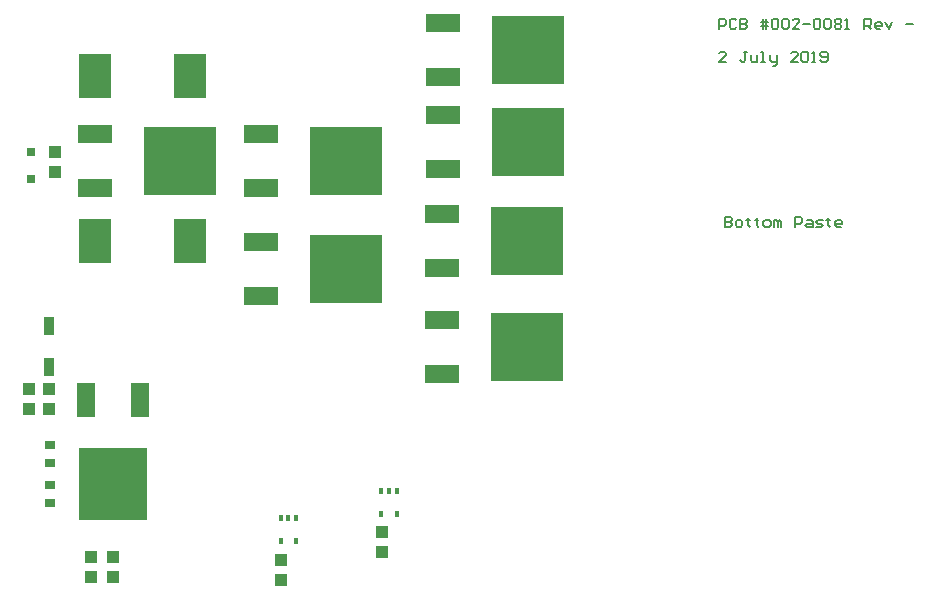
<source format=gbp>
G04*
G04 #@! TF.GenerationSoftware,Altium Limited,Altium Designer,19.0.10 (269)*
G04*
G04 Layer_Color=128*
%FSLAX23Y23*%
%MOIN*%
G70*
G01*
G75*
%ADD16C,0.008*%
%ADD18R,0.031X0.031*%
%ADD22R,0.043X0.039*%
%ADD24R,0.118X0.063*%
%ADD25R,0.244X0.228*%
%ADD75R,0.110X0.150*%
%ADD76R,0.035X0.028*%
%ADD77R,0.017X0.024*%
%ADD78R,0.039X0.043*%
%ADD79R,0.033X0.063*%
%ADD80R,0.228X0.244*%
%ADD81R,0.063X0.118*%
D16*
X2445Y1795D02*
Y1760D01*
X2462D01*
X2468Y1766D01*
Y1772D01*
X2462Y1777D01*
X2445D01*
X2462D01*
X2468Y1783D01*
Y1789D01*
X2462Y1795D01*
X2445D01*
X2486Y1760D02*
X2497D01*
X2503Y1766D01*
Y1777D01*
X2497Y1783D01*
X2486D01*
X2480Y1777D01*
Y1766D01*
X2486Y1760D01*
X2521Y1789D02*
Y1783D01*
X2515D01*
X2527D01*
X2521D01*
Y1766D01*
X2527Y1760D01*
X2550Y1789D02*
Y1783D01*
X2544D01*
X2556D01*
X2550D01*
Y1766D01*
X2556Y1760D01*
X2579D02*
X2591D01*
X2597Y1766D01*
Y1777D01*
X2591Y1783D01*
X2579D01*
X2573Y1777D01*
Y1766D01*
X2579Y1760D01*
X2608D02*
Y1783D01*
X2614D01*
X2620Y1777D01*
Y1760D01*
Y1777D01*
X2626Y1783D01*
X2632Y1777D01*
Y1760D01*
X2678D02*
Y1795D01*
X2696D01*
X2702Y1789D01*
Y1777D01*
X2696Y1772D01*
X2678D01*
X2719Y1783D02*
X2731D01*
X2737Y1777D01*
Y1760D01*
X2719D01*
X2713Y1766D01*
X2719Y1772D01*
X2737D01*
X2748Y1760D02*
X2766D01*
X2772Y1766D01*
X2766Y1772D01*
X2754D01*
X2748Y1777D01*
X2754Y1783D01*
X2772D01*
X2789Y1789D02*
Y1783D01*
X2783D01*
X2795D01*
X2789D01*
Y1766D01*
X2795Y1760D01*
X2830D02*
X2818D01*
X2812Y1766D01*
Y1777D01*
X2818Y1783D01*
X2830D01*
X2836Y1777D01*
Y1772D01*
X2812D01*
X2448Y2310D02*
X2425D01*
X2448Y2333D01*
Y2339D01*
X2442Y2345D01*
X2431D01*
X2425Y2339D01*
X2518Y2345D02*
X2507D01*
X2512D01*
Y2316D01*
X2507Y2310D01*
X2501D01*
X2495Y2316D01*
X2530Y2333D02*
Y2316D01*
X2536Y2310D01*
X2553D01*
Y2333D01*
X2565Y2310D02*
X2577D01*
X2571D01*
Y2345D01*
X2565D01*
X2594Y2333D02*
Y2316D01*
X2600Y2310D01*
X2617D01*
Y2304D01*
X2612Y2298D01*
X2606D01*
X2617Y2310D02*
Y2333D01*
X2687Y2310D02*
X2664D01*
X2687Y2333D01*
Y2339D01*
X2682Y2345D01*
X2670D01*
X2664Y2339D01*
X2699D02*
X2705Y2345D01*
X2717D01*
X2722Y2339D01*
Y2316D01*
X2717Y2310D01*
X2705D01*
X2699Y2316D01*
Y2339D01*
X2734Y2310D02*
X2746D01*
X2740D01*
Y2345D01*
X2734Y2339D01*
X2763Y2316D02*
X2769Y2310D01*
X2781D01*
X2787Y2316D01*
Y2339D01*
X2781Y2345D01*
X2769D01*
X2763Y2339D01*
Y2333D01*
X2769Y2327D01*
X2787D01*
X2425Y2420D02*
Y2455D01*
X2442D01*
X2448Y2449D01*
Y2437D01*
X2442Y2432D01*
X2425D01*
X2483Y2449D02*
X2477Y2455D01*
X2466D01*
X2460Y2449D01*
Y2426D01*
X2466Y2420D01*
X2477D01*
X2483Y2426D01*
X2495Y2455D02*
Y2420D01*
X2512D01*
X2518Y2426D01*
Y2432D01*
X2512Y2437D01*
X2495D01*
X2512D01*
X2518Y2443D01*
Y2449D01*
X2512Y2455D01*
X2495D01*
X2571Y2420D02*
Y2455D01*
X2582D02*
Y2420D01*
X2565Y2443D02*
X2582D01*
X2588D01*
X2565Y2432D02*
X2588D01*
X2600Y2449D02*
X2606Y2455D01*
X2617D01*
X2623Y2449D01*
Y2426D01*
X2617Y2420D01*
X2606D01*
X2600Y2426D01*
Y2449D01*
X2635D02*
X2641Y2455D01*
X2652D01*
X2658Y2449D01*
Y2426D01*
X2652Y2420D01*
X2641D01*
X2635Y2426D01*
Y2449D01*
X2693Y2420D02*
X2670D01*
X2693Y2443D01*
Y2449D01*
X2687Y2455D01*
X2676D01*
X2670Y2449D01*
X2705Y2437D02*
X2728D01*
X2740Y2449D02*
X2746Y2455D01*
X2757D01*
X2763Y2449D01*
Y2426D01*
X2757Y2420D01*
X2746D01*
X2740Y2426D01*
Y2449D01*
X2775D02*
X2781Y2455D01*
X2792D01*
X2798Y2449D01*
Y2426D01*
X2792Y2420D01*
X2781D01*
X2775Y2426D01*
Y2449D01*
X2810D02*
X2816Y2455D01*
X2827D01*
X2833Y2449D01*
Y2443D01*
X2827Y2437D01*
X2833Y2432D01*
Y2426D01*
X2827Y2420D01*
X2816D01*
X2810Y2426D01*
Y2432D01*
X2816Y2437D01*
X2810Y2443D01*
Y2449D01*
X2816Y2437D02*
X2827D01*
X2845Y2420D02*
X2857D01*
X2851D01*
Y2455D01*
X2845Y2449D01*
X2909Y2420D02*
Y2455D01*
X2927D01*
X2932Y2449D01*
Y2437D01*
X2927Y2432D01*
X2909D01*
X2921D02*
X2932Y2420D01*
X2961D02*
X2950D01*
X2944Y2426D01*
Y2437D01*
X2950Y2443D01*
X2961D01*
X2967Y2437D01*
Y2432D01*
X2944D01*
X2979Y2443D02*
X2991Y2420D01*
X3002Y2443D01*
X3049Y2437D02*
X3072D01*
D18*
X130Y1921D02*
D03*
Y2010D02*
D03*
D22*
X191Y1220D02*
D03*
X124D02*
D03*
X191Y1153D02*
D03*
X124D02*
D03*
D24*
X897Y1530D02*
D03*
Y1710D02*
D03*
X1502Y1270D02*
D03*
Y1450D02*
D03*
X1505Y2260D02*
D03*
Y2440D02*
D03*
X897Y1890D02*
D03*
Y2070D02*
D03*
X1502Y1625D02*
D03*
Y1805D02*
D03*
X1505Y1955D02*
D03*
Y2135D02*
D03*
X345Y2070D02*
D03*
Y1890D02*
D03*
D25*
X1180Y1620D02*
D03*
X1785Y1360D02*
D03*
X1788Y2350D02*
D03*
X1180Y1980D02*
D03*
X1785Y1715D02*
D03*
X1788Y2045D02*
D03*
X628Y1980D02*
D03*
D75*
X345Y1715D02*
D03*
X660D02*
D03*
Y2265D02*
D03*
X345D02*
D03*
D76*
X195Y975D02*
D03*
Y1035D02*
D03*
Y900D02*
D03*
Y840D02*
D03*
D77*
X1351Y805D02*
D03*
Y880D02*
D03*
X1325D02*
D03*
X1299D02*
D03*
Y805D02*
D03*
X1015Y715D02*
D03*
Y790D02*
D03*
X989D02*
D03*
X964D02*
D03*
Y715D02*
D03*
D78*
Y650D02*
D03*
Y583D02*
D03*
X405Y660D02*
D03*
Y593D02*
D03*
X331Y660D02*
D03*
Y593D02*
D03*
X1300Y678D02*
D03*
Y745D02*
D03*
X210Y1943D02*
D03*
Y2010D02*
D03*
D79*
X191Y1295D02*
D03*
Y1429D02*
D03*
D80*
X405Y903D02*
D03*
D81*
X495Y1185D02*
D03*
X315D02*
D03*
M02*

</source>
